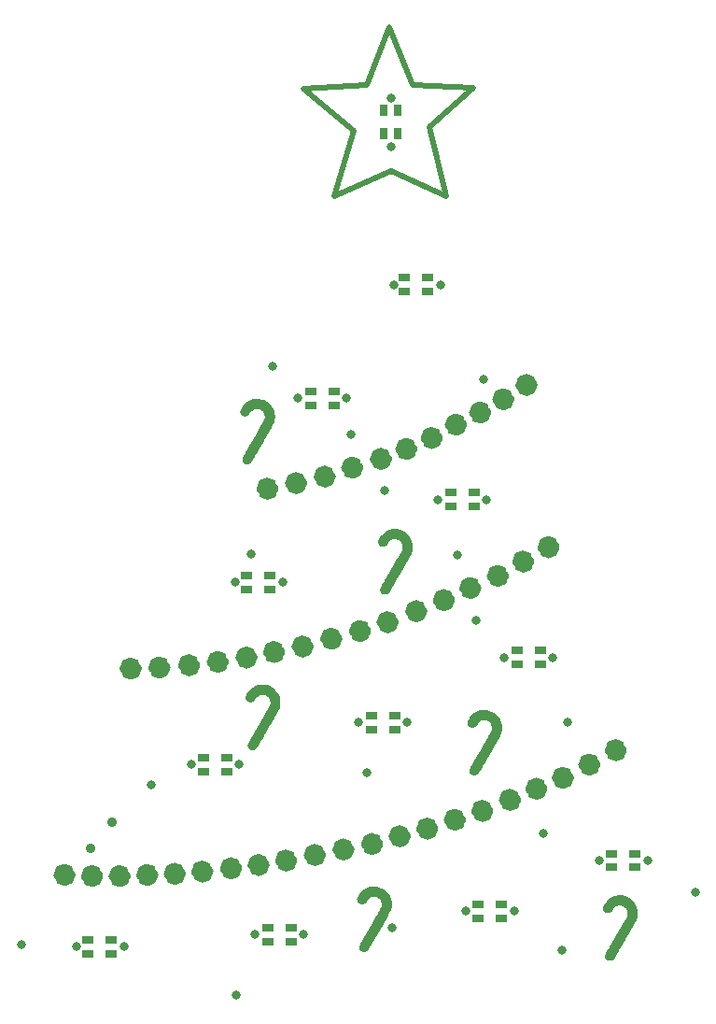
<source format=gbr>
%TF.GenerationSoftware,KiCad,Pcbnew,(6.0.7)*%
%TF.CreationDate,2022-08-02T13:51:54+02:00*%
%TF.ProjectId,LEDChristmasTree-2022,4c454443-6872-4697-9374-6d6173547265,rev?*%
%TF.SameCoordinates,Original*%
%TF.FileFunction,Soldermask,Top*%
%TF.FilePolarity,Negative*%
%FSLAX46Y46*%
G04 Gerber Fmt 4.6, Leading zero omitted, Abs format (unit mm)*
G04 Created by KiCad (PCBNEW (6.0.7)) date 2022-08-02 13:51:54*
%MOMM*%
%LPD*%
G01*
G04 APERTURE LIST*
%ADD10C,1.000000*%
%ADD11C,0.508000*%
%ADD12R,1.100000X0.750000*%
%ADD13R,0.750000X1.100000*%
%ADD14C,0.900000*%
%ADD15C,0.800000*%
G04 APERTURE END LIST*
D10*
X148900000Y-94700000D02*
G75*
G03*
X148900000Y-94700000I-500000J0D01*
G01*
X154300000Y-76500000D02*
G75*
G03*
X154300000Y-76500000I-500000J0D01*
G01*
X146400000Y-95700000D02*
G75*
G03*
X146400000Y-95700000I-500000J0D01*
G01*
X139800000Y-117300000D02*
G75*
G03*
X139800000Y-117300000I-500000J0D01*
G01*
X127000000Y-119300000D02*
G75*
G03*
X127000000Y-119300000I-500000J0D01*
G01*
X157300000Y-111800000D02*
G75*
G03*
X157300000Y-111800000I-500000J0D01*
G01*
X119500000Y-119700000D02*
G75*
G03*
X119500000Y-119700000I-500000J0D01*
G01*
D11*
X135670000Y-48390000D02*
X141400000Y-48000000D01*
D10*
X156400000Y-75200000D02*
G75*
G03*
X156400000Y-75200000I-500000J0D01*
G01*
D11*
X141400000Y-48000000D02*
X143500000Y-42800000D01*
D10*
X152200000Y-77700000D02*
G75*
G03*
X152200000Y-77700000I-500000J0D01*
G01*
X128400000Y-100300000D02*
G75*
G03*
X128400000Y-100300000I-500000J0D01*
G01*
X147800000Y-80000000D02*
G75*
G03*
X147800000Y-80000000I-500000J0D01*
G01*
X136100000Y-98900000D02*
G75*
G03*
X136100000Y-98900000I-500000J0D01*
G01*
D11*
X145600000Y-48000000D02*
X151100000Y-48300000D01*
X140200000Y-52200000D02*
X135670000Y-48390000D01*
D10*
X156100000Y-91200000D02*
G75*
G03*
X156100000Y-91200000I-500000J0D01*
G01*
X144900000Y-116100000D02*
G75*
G03*
X144900000Y-116100000I-500000J0D01*
G01*
X147400000Y-115400000D02*
G75*
G03*
X147400000Y-115400000I-500000J0D01*
G01*
X123100000Y-100800000D02*
G75*
G03*
X123100000Y-100800000I-500000J0D01*
G01*
D11*
X143600000Y-55800000D02*
X148600000Y-58100000D01*
D10*
X135500000Y-84100000D02*
G75*
G03*
X135500000Y-84100000I-500000J0D01*
G01*
X162100000Y-109600000D02*
G75*
G03*
X162100000Y-109600000I-500000J0D01*
G01*
X164500000Y-108300000D02*
G75*
G03*
X164500000Y-108300000I-500000J0D01*
G01*
X140600000Y-82700000D02*
G75*
G03*
X140600000Y-82700000I-500000J0D01*
G01*
X131000000Y-99900000D02*
G75*
G03*
X131000000Y-99900000I-500000J0D01*
G01*
X158400000Y-89900000D02*
G75*
G03*
X158400000Y-89900000I-500000J0D01*
G01*
X152400000Y-113800000D02*
G75*
G03*
X152400000Y-113800000I-500000J0D01*
G01*
X129600000Y-119000000D02*
G75*
G03*
X129600000Y-119000000I-500000J0D01*
G01*
D11*
X138500000Y-58100000D02*
X143600000Y-55800000D01*
D10*
X143800000Y-96700000D02*
G75*
G03*
X143800000Y-96700000I-500000J0D01*
G01*
X153800000Y-92500000D02*
G75*
G03*
X153800000Y-92500000I-500000J0D01*
G01*
X122000000Y-119600000D02*
G75*
G03*
X122000000Y-119600000I-500000J0D01*
G01*
X138100000Y-83500000D02*
G75*
G03*
X138100000Y-83500000I-500000J0D01*
G01*
X132100000Y-118700000D02*
G75*
G03*
X132100000Y-118700000I-500000J0D01*
G01*
X150000000Y-78800000D02*
G75*
G03*
X150000000Y-78800000I-500000J0D01*
G01*
X154900000Y-112800000D02*
G75*
G03*
X154900000Y-112800000I-500000J0D01*
G01*
D11*
X147100000Y-51800000D02*
X148600000Y-58100000D01*
D10*
X145500000Y-81000000D02*
G75*
G03*
X145500000Y-81000000I-500000J0D01*
G01*
X114500000Y-119600000D02*
G75*
G03*
X114500000Y-119600000I-500000J0D01*
G01*
D11*
X143500000Y-42800000D02*
X145600000Y-48000000D01*
D10*
X159700000Y-110800000D02*
G75*
G03*
X159700000Y-110800000I-500000J0D01*
G01*
D11*
X151100000Y-48300000D02*
X147100000Y-51800000D01*
D10*
X120500000Y-100900000D02*
G75*
G03*
X120500000Y-100900000I-500000J0D01*
G01*
X138700000Y-98200000D02*
G75*
G03*
X138700000Y-98200000I-500000J0D01*
G01*
X149900000Y-114600000D02*
G75*
G03*
X149900000Y-114600000I-500000J0D01*
G01*
D11*
X138500000Y-58100000D02*
X140200000Y-52200000D01*
D10*
X133500000Y-99400000D02*
G75*
G03*
X133500000Y-99400000I-500000J0D01*
G01*
X137200000Y-117800000D02*
G75*
G03*
X137200000Y-117800000I-500000J0D01*
G01*
X141300000Y-97500000D02*
G75*
G03*
X141300000Y-97500000I-500000J0D01*
G01*
X134600000Y-118300000D02*
G75*
G03*
X134600000Y-118300000I-500000J0D01*
G01*
X125800000Y-100600000D02*
G75*
G03*
X125800000Y-100600000I-500000J0D01*
G01*
X143200000Y-81900000D02*
G75*
G03*
X143200000Y-81900000I-500000J0D01*
G01*
X142400000Y-116800000D02*
G75*
G03*
X142400000Y-116800000I-500000J0D01*
G01*
X132900000Y-84600000D02*
G75*
G03*
X132900000Y-84600000I-500000J0D01*
G01*
X124500000Y-119500000D02*
G75*
G03*
X124500000Y-119500000I-500000J0D01*
G01*
X117000000Y-119700000D02*
G75*
G03*
X117000000Y-119700000I-500000J0D01*
G01*
X151300000Y-93600000D02*
G75*
G03*
X151300000Y-93600000I-500000J0D01*
G01*
%TO.C,G\u002A\u002A\u002A*%
G36*
X144223695Y-88258222D02*
G01*
X144444792Y-88309950D01*
X144657981Y-88391487D01*
X144857952Y-88500468D01*
X145039395Y-88634524D01*
X145169139Y-88759868D01*
X145318919Y-88947189D01*
X145435758Y-89145776D01*
X145520089Y-89356754D01*
X145572345Y-89581251D01*
X145592961Y-89820392D01*
X145593351Y-89861777D01*
X145589323Y-89998384D01*
X145576249Y-90124263D01*
X145552196Y-90245247D01*
X145515232Y-90367166D01*
X145463424Y-90495855D01*
X145394840Y-90637143D01*
X145307546Y-90796864D01*
X145251337Y-90893870D01*
X145204929Y-90973063D01*
X145146435Y-91073361D01*
X145081218Y-91185544D01*
X145014639Y-91300391D01*
X144961438Y-91392424D01*
X144899506Y-91499685D01*
X144836024Y-91609552D01*
X144775874Y-91713579D01*
X144723939Y-91803321D01*
X144688349Y-91864738D01*
X144635847Y-91955358D01*
X144575517Y-92059670D01*
X144516975Y-92161042D01*
X144491135Y-92205854D01*
X144439749Y-92294761D01*
X144379056Y-92399370D01*
X144317461Y-92505209D01*
X144273883Y-92579849D01*
X144230764Y-92653910D01*
X144194864Y-92716238D01*
X144169458Y-92761093D01*
X144157825Y-92782737D01*
X144157438Y-92783796D01*
X144148993Y-92799662D01*
X144125491Y-92840901D01*
X144089677Y-92902768D01*
X144044298Y-92980521D01*
X143992102Y-93069414D01*
X143989823Y-93073284D01*
X143925198Y-93183555D01*
X143855770Y-93302932D01*
X143787836Y-93420530D01*
X143727692Y-93525464D01*
X143697970Y-93577808D01*
X143604379Y-93740588D01*
X143525373Y-93871761D01*
X143460856Y-93971473D01*
X143410735Y-94039875D01*
X143384737Y-94068665D01*
X143291873Y-94133947D01*
X143182057Y-94173922D01*
X143064232Y-94186807D01*
X142947342Y-94170821D01*
X142918081Y-94161671D01*
X142862700Y-94133412D01*
X142798385Y-94087695D01*
X142749715Y-94044973D01*
X142699509Y-93993298D01*
X142668785Y-93951041D01*
X142650165Y-93905197D01*
X142636893Y-93846061D01*
X142627747Y-93789583D01*
X142624064Y-93738080D01*
X142627413Y-93687354D01*
X142639364Y-93633205D01*
X142661487Y-93571434D01*
X142695353Y-93497840D01*
X142742532Y-93408224D01*
X142804592Y-93298387D01*
X142883106Y-93164128D01*
X142906858Y-93123942D01*
X142959133Y-93035268D01*
X143004651Y-92957384D01*
X143040632Y-92895102D01*
X143064297Y-92853235D01*
X143072865Y-92836596D01*
X143072865Y-92836584D01*
X143081049Y-92820277D01*
X143102951Y-92780701D01*
X143134595Y-92724774D01*
X143172006Y-92659408D01*
X143211208Y-92591520D01*
X143248226Y-92528025D01*
X143279084Y-92475836D01*
X143299716Y-92442011D01*
X143315647Y-92415803D01*
X143344232Y-92367795D01*
X143380474Y-92306397D01*
X143398428Y-92275826D01*
X143435430Y-92213645D01*
X143466226Y-92163609D01*
X143486310Y-92132958D01*
X143490963Y-92127135D01*
X143503889Y-92103486D01*
X143504593Y-92100201D01*
X143513871Y-92080957D01*
X143537801Y-92037145D01*
X143573182Y-91974289D01*
X143616814Y-91897909D01*
X143665496Y-91813527D01*
X143716027Y-91726665D01*
X143765209Y-91642846D01*
X143809839Y-91567591D01*
X143846719Y-91506422D01*
X143872647Y-91464860D01*
X143874251Y-91462397D01*
X143894870Y-91428588D01*
X143903572Y-91409917D01*
X143911878Y-91392001D01*
X143933838Y-91350231D01*
X143965916Y-91291223D01*
X143997081Y-91234986D01*
X144040138Y-91157935D01*
X144070516Y-91103983D01*
X144092629Y-91065702D01*
X144110886Y-91035662D01*
X144129701Y-91006435D01*
X144153486Y-90970592D01*
X144159153Y-90962086D01*
X144191372Y-90910707D01*
X144230877Y-90843522D01*
X144266315Y-90780165D01*
X144314339Y-90693327D01*
X144370606Y-90594136D01*
X144429429Y-90492397D01*
X144485118Y-90397913D01*
X144531985Y-90320488D01*
X144546754Y-90296859D01*
X144621001Y-90151288D01*
X144663609Y-90001166D01*
X144674130Y-89850692D01*
X144652116Y-89704065D01*
X144619671Y-89611717D01*
X144586946Y-89539330D01*
X144560251Y-89488321D01*
X144532470Y-89447648D01*
X144496487Y-89406264D01*
X144468383Y-89376892D01*
X144355772Y-89285189D01*
X144223542Y-89218685D01*
X144079696Y-89181109D01*
X144037560Y-89176206D01*
X143877705Y-89176941D01*
X143732609Y-89207809D01*
X143600879Y-89269624D01*
X143481122Y-89363203D01*
X143371946Y-89489360D01*
X143292248Y-89612620D01*
X143252311Y-89670641D01*
X143202430Y-89727335D01*
X143150250Y-89775531D01*
X143103413Y-89808062D01*
X143073215Y-89818044D01*
X143036473Y-89829725D01*
X143022999Y-89839910D01*
X142987745Y-89855365D01*
X142929340Y-89861775D01*
X142858266Y-89859733D01*
X142785005Y-89849833D01*
X142720037Y-89832667D01*
X142693374Y-89821255D01*
X142648563Y-89793395D01*
X142600122Y-89756173D01*
X142555111Y-89716125D01*
X142520584Y-89679787D01*
X142503599Y-89653693D01*
X142504263Y-89646104D01*
X142501504Y-89627923D01*
X142488511Y-89609546D01*
X142460912Y-89560395D01*
X142441084Y-89490854D01*
X142432047Y-89415197D01*
X142435080Y-89356880D01*
X142454766Y-89286504D01*
X142492316Y-89196448D01*
X142543977Y-89094535D01*
X142605990Y-88988592D01*
X142629363Y-88952135D01*
X142755439Y-88789244D01*
X142909616Y-88639011D01*
X143085806Y-88506669D01*
X143270469Y-88401084D01*
X143344282Y-88366002D01*
X143408353Y-88337631D01*
X143455184Y-88319164D01*
X143475958Y-88313636D01*
X143510739Y-88304921D01*
X143519814Y-88298992D01*
X143549991Y-88286245D01*
X143607395Y-88273298D01*
X143684287Y-88261122D01*
X143772927Y-88250691D01*
X143865575Y-88242976D01*
X143954492Y-88238949D01*
X144000000Y-88238671D01*
X144223695Y-88258222D01*
G37*
G36*
X164623695Y-121458222D02*
G01*
X164844792Y-121509950D01*
X165057981Y-121591487D01*
X165257952Y-121700468D01*
X165439395Y-121834524D01*
X165569139Y-121959868D01*
X165718919Y-122147189D01*
X165835758Y-122345776D01*
X165920089Y-122556754D01*
X165972345Y-122781251D01*
X165992961Y-123020392D01*
X165993351Y-123061777D01*
X165989323Y-123198384D01*
X165976249Y-123324263D01*
X165952196Y-123445247D01*
X165915232Y-123567166D01*
X165863424Y-123695855D01*
X165794840Y-123837143D01*
X165707546Y-123996864D01*
X165651337Y-124093870D01*
X165604929Y-124173063D01*
X165546435Y-124273361D01*
X165481218Y-124385544D01*
X165414639Y-124500391D01*
X165361438Y-124592424D01*
X165299506Y-124699685D01*
X165236024Y-124809552D01*
X165175874Y-124913579D01*
X165123939Y-125003321D01*
X165088349Y-125064738D01*
X165035847Y-125155358D01*
X164975517Y-125259670D01*
X164916975Y-125361042D01*
X164891135Y-125405854D01*
X164839749Y-125494761D01*
X164779056Y-125599370D01*
X164717461Y-125705209D01*
X164673883Y-125779849D01*
X164630764Y-125853910D01*
X164594864Y-125916238D01*
X164569458Y-125961093D01*
X164557825Y-125982737D01*
X164557438Y-125983796D01*
X164548993Y-125999662D01*
X164525491Y-126040901D01*
X164489677Y-126102768D01*
X164444298Y-126180521D01*
X164392102Y-126269414D01*
X164389823Y-126273284D01*
X164325198Y-126383555D01*
X164255770Y-126502932D01*
X164187836Y-126620530D01*
X164127692Y-126725464D01*
X164097970Y-126777808D01*
X164004379Y-126940588D01*
X163925373Y-127071761D01*
X163860856Y-127171473D01*
X163810735Y-127239875D01*
X163784737Y-127268665D01*
X163691873Y-127333947D01*
X163582057Y-127373922D01*
X163464232Y-127386807D01*
X163347342Y-127370821D01*
X163318081Y-127361671D01*
X163262700Y-127333412D01*
X163198385Y-127287695D01*
X163149715Y-127244973D01*
X163099509Y-127193298D01*
X163068785Y-127151041D01*
X163050165Y-127105197D01*
X163036893Y-127046061D01*
X163027747Y-126989583D01*
X163024064Y-126938080D01*
X163027413Y-126887354D01*
X163039364Y-126833205D01*
X163061487Y-126771434D01*
X163095353Y-126697840D01*
X163142532Y-126608224D01*
X163204592Y-126498387D01*
X163283106Y-126364128D01*
X163306858Y-126323942D01*
X163359133Y-126235268D01*
X163404651Y-126157384D01*
X163440632Y-126095102D01*
X163464297Y-126053235D01*
X163472865Y-126036596D01*
X163472865Y-126036584D01*
X163481049Y-126020277D01*
X163502951Y-125980701D01*
X163534595Y-125924774D01*
X163572006Y-125859408D01*
X163611208Y-125791520D01*
X163648226Y-125728025D01*
X163679084Y-125675836D01*
X163699716Y-125642011D01*
X163715647Y-125615803D01*
X163744232Y-125567795D01*
X163780474Y-125506397D01*
X163798428Y-125475826D01*
X163835430Y-125413645D01*
X163866226Y-125363609D01*
X163886310Y-125332958D01*
X163890963Y-125327135D01*
X163903889Y-125303486D01*
X163904593Y-125300201D01*
X163913871Y-125280957D01*
X163937801Y-125237145D01*
X163973182Y-125174289D01*
X164016814Y-125097909D01*
X164065496Y-125013527D01*
X164116027Y-124926665D01*
X164165209Y-124842846D01*
X164209839Y-124767591D01*
X164246719Y-124706422D01*
X164272647Y-124664860D01*
X164274251Y-124662397D01*
X164294870Y-124628588D01*
X164303572Y-124609917D01*
X164311878Y-124592001D01*
X164333838Y-124550231D01*
X164365916Y-124491223D01*
X164397081Y-124434986D01*
X164440138Y-124357935D01*
X164470516Y-124303983D01*
X164492629Y-124265702D01*
X164510886Y-124235662D01*
X164529701Y-124206435D01*
X164553486Y-124170592D01*
X164559153Y-124162086D01*
X164591372Y-124110707D01*
X164630877Y-124043522D01*
X164666315Y-123980165D01*
X164714339Y-123893327D01*
X164770606Y-123794136D01*
X164829429Y-123692397D01*
X164885118Y-123597913D01*
X164931985Y-123520488D01*
X164946754Y-123496859D01*
X165021001Y-123351288D01*
X165063609Y-123201166D01*
X165074130Y-123050692D01*
X165052116Y-122904065D01*
X165019671Y-122811717D01*
X164986946Y-122739330D01*
X164960251Y-122688321D01*
X164932470Y-122647648D01*
X164896487Y-122606264D01*
X164868383Y-122576892D01*
X164755772Y-122485189D01*
X164623542Y-122418685D01*
X164479696Y-122381109D01*
X164437560Y-122376206D01*
X164277705Y-122376941D01*
X164132609Y-122407809D01*
X164000879Y-122469624D01*
X163881122Y-122563203D01*
X163771946Y-122689360D01*
X163692248Y-122812620D01*
X163652311Y-122870641D01*
X163602430Y-122927335D01*
X163550250Y-122975531D01*
X163503413Y-123008062D01*
X163473215Y-123018044D01*
X163436473Y-123029725D01*
X163422999Y-123039910D01*
X163387745Y-123055365D01*
X163329340Y-123061775D01*
X163258266Y-123059733D01*
X163185005Y-123049833D01*
X163120037Y-123032667D01*
X163093374Y-123021255D01*
X163048563Y-122993395D01*
X163000122Y-122956173D01*
X162955111Y-122916125D01*
X162920584Y-122879787D01*
X162903599Y-122853693D01*
X162904263Y-122846104D01*
X162901504Y-122827923D01*
X162888511Y-122809546D01*
X162860912Y-122760395D01*
X162841084Y-122690854D01*
X162832047Y-122615197D01*
X162835080Y-122556880D01*
X162854766Y-122486504D01*
X162892316Y-122396448D01*
X162943977Y-122294535D01*
X163005990Y-122188592D01*
X163029363Y-122152135D01*
X163155439Y-121989244D01*
X163309616Y-121839011D01*
X163485806Y-121706669D01*
X163670469Y-121601084D01*
X163744282Y-121566002D01*
X163808353Y-121537631D01*
X163855184Y-121519164D01*
X163875958Y-121513636D01*
X163910739Y-121504921D01*
X163919814Y-121498992D01*
X163949991Y-121486245D01*
X164007395Y-121473298D01*
X164084287Y-121461122D01*
X164172927Y-121450691D01*
X164265575Y-121442976D01*
X164354492Y-121438949D01*
X164400000Y-121438671D01*
X164623695Y-121458222D01*
G37*
G36*
X152323695Y-104658222D02*
G01*
X152544792Y-104709950D01*
X152757981Y-104791487D01*
X152957952Y-104900468D01*
X153139395Y-105034524D01*
X153269139Y-105159868D01*
X153418919Y-105347189D01*
X153535758Y-105545776D01*
X153620089Y-105756754D01*
X153672345Y-105981251D01*
X153692961Y-106220392D01*
X153693351Y-106261777D01*
X153689323Y-106398384D01*
X153676249Y-106524263D01*
X153652196Y-106645247D01*
X153615232Y-106767166D01*
X153563424Y-106895855D01*
X153494840Y-107037143D01*
X153407546Y-107196864D01*
X153351337Y-107293870D01*
X153304929Y-107373063D01*
X153246435Y-107473361D01*
X153181218Y-107585544D01*
X153114639Y-107700391D01*
X153061438Y-107792424D01*
X152999506Y-107899685D01*
X152936024Y-108009552D01*
X152875874Y-108113579D01*
X152823939Y-108203321D01*
X152788349Y-108264738D01*
X152735847Y-108355358D01*
X152675517Y-108459670D01*
X152616975Y-108561042D01*
X152591135Y-108605854D01*
X152539749Y-108694761D01*
X152479056Y-108799370D01*
X152417461Y-108905209D01*
X152373883Y-108979849D01*
X152330764Y-109053910D01*
X152294864Y-109116238D01*
X152269458Y-109161093D01*
X152257825Y-109182737D01*
X152257438Y-109183796D01*
X152248993Y-109199662D01*
X152225491Y-109240901D01*
X152189677Y-109302768D01*
X152144298Y-109380521D01*
X152092102Y-109469414D01*
X152089823Y-109473284D01*
X152025198Y-109583555D01*
X151955770Y-109702932D01*
X151887836Y-109820530D01*
X151827692Y-109925464D01*
X151797970Y-109977808D01*
X151704379Y-110140588D01*
X151625373Y-110271761D01*
X151560856Y-110371473D01*
X151510735Y-110439875D01*
X151484737Y-110468665D01*
X151391873Y-110533947D01*
X151282057Y-110573922D01*
X151164232Y-110586807D01*
X151047342Y-110570821D01*
X151018081Y-110561671D01*
X150962700Y-110533412D01*
X150898385Y-110487695D01*
X150849715Y-110444973D01*
X150799509Y-110393298D01*
X150768785Y-110351041D01*
X150750165Y-110305197D01*
X150736893Y-110246061D01*
X150727747Y-110189583D01*
X150724064Y-110138080D01*
X150727413Y-110087354D01*
X150739364Y-110033205D01*
X150761487Y-109971434D01*
X150795353Y-109897840D01*
X150842532Y-109808224D01*
X150904592Y-109698387D01*
X150983106Y-109564128D01*
X151006858Y-109523942D01*
X151059133Y-109435268D01*
X151104651Y-109357384D01*
X151140632Y-109295102D01*
X151164297Y-109253235D01*
X151172865Y-109236596D01*
X151172865Y-109236584D01*
X151181049Y-109220277D01*
X151202951Y-109180701D01*
X151234595Y-109124774D01*
X151272006Y-109059408D01*
X151311208Y-108991520D01*
X151348226Y-108928025D01*
X151379084Y-108875836D01*
X151399716Y-108842011D01*
X151415647Y-108815803D01*
X151444232Y-108767795D01*
X151480474Y-108706397D01*
X151498428Y-108675826D01*
X151535430Y-108613645D01*
X151566226Y-108563609D01*
X151586310Y-108532958D01*
X151590963Y-108527135D01*
X151603889Y-108503486D01*
X151604593Y-108500201D01*
X151613871Y-108480957D01*
X151637801Y-108437145D01*
X151673182Y-108374289D01*
X151716814Y-108297909D01*
X151765496Y-108213527D01*
X151816027Y-108126665D01*
X151865209Y-108042846D01*
X151909839Y-107967591D01*
X151946719Y-107906422D01*
X151972647Y-107864860D01*
X151974251Y-107862397D01*
X151994870Y-107828588D01*
X152003572Y-107809917D01*
X152011878Y-107792001D01*
X152033838Y-107750231D01*
X152065916Y-107691223D01*
X152097081Y-107634986D01*
X152140138Y-107557935D01*
X152170516Y-107503983D01*
X152192629Y-107465702D01*
X152210886Y-107435662D01*
X152229701Y-107406435D01*
X152253486Y-107370592D01*
X152259153Y-107362086D01*
X152291372Y-107310707D01*
X152330877Y-107243522D01*
X152366315Y-107180165D01*
X152414339Y-107093327D01*
X152470606Y-106994136D01*
X152529429Y-106892397D01*
X152585118Y-106797913D01*
X152631985Y-106720488D01*
X152646754Y-106696859D01*
X152721001Y-106551288D01*
X152763609Y-106401166D01*
X152774130Y-106250692D01*
X152752116Y-106104065D01*
X152719671Y-106011717D01*
X152686946Y-105939330D01*
X152660251Y-105888321D01*
X152632470Y-105847648D01*
X152596487Y-105806264D01*
X152568383Y-105776892D01*
X152455772Y-105685189D01*
X152323542Y-105618685D01*
X152179696Y-105581109D01*
X152137560Y-105576206D01*
X151977705Y-105576941D01*
X151832609Y-105607809D01*
X151700879Y-105669624D01*
X151581122Y-105763203D01*
X151471946Y-105889360D01*
X151392248Y-106012620D01*
X151352311Y-106070641D01*
X151302430Y-106127335D01*
X151250250Y-106175531D01*
X151203413Y-106208062D01*
X151173215Y-106218044D01*
X151136473Y-106229725D01*
X151122999Y-106239910D01*
X151087745Y-106255365D01*
X151029340Y-106261775D01*
X150958266Y-106259733D01*
X150885005Y-106249833D01*
X150820037Y-106232667D01*
X150793374Y-106221255D01*
X150748563Y-106193395D01*
X150700122Y-106156173D01*
X150655111Y-106116125D01*
X150620584Y-106079787D01*
X150603599Y-106053693D01*
X150604263Y-106046104D01*
X150601504Y-106027923D01*
X150588511Y-106009546D01*
X150560912Y-105960395D01*
X150541084Y-105890854D01*
X150532047Y-105815197D01*
X150535080Y-105756880D01*
X150554766Y-105686504D01*
X150592316Y-105596448D01*
X150643977Y-105494535D01*
X150705990Y-105388592D01*
X150729363Y-105352135D01*
X150855439Y-105189244D01*
X151009616Y-105039011D01*
X151185806Y-104906669D01*
X151370469Y-104801084D01*
X151444282Y-104766002D01*
X151508353Y-104737631D01*
X151555184Y-104719164D01*
X151575958Y-104713636D01*
X151610739Y-104704921D01*
X151619814Y-104698992D01*
X151649991Y-104686245D01*
X151707395Y-104673298D01*
X151784287Y-104661122D01*
X151872927Y-104650691D01*
X151965575Y-104642976D01*
X152054492Y-104638949D01*
X152100000Y-104638671D01*
X152323695Y-104658222D01*
G37*
G36*
X132223695Y-102358222D02*
G01*
X132444792Y-102409950D01*
X132657981Y-102491487D01*
X132857952Y-102600468D01*
X133039395Y-102734524D01*
X133169139Y-102859868D01*
X133318919Y-103047189D01*
X133435758Y-103245776D01*
X133520089Y-103456754D01*
X133572345Y-103681251D01*
X133592961Y-103920392D01*
X133593351Y-103961777D01*
X133589323Y-104098384D01*
X133576249Y-104224263D01*
X133552196Y-104345247D01*
X133515232Y-104467166D01*
X133463424Y-104595855D01*
X133394840Y-104737143D01*
X133307546Y-104896864D01*
X133251337Y-104993870D01*
X133204929Y-105073063D01*
X133146435Y-105173361D01*
X133081218Y-105285544D01*
X133014639Y-105400391D01*
X132961438Y-105492424D01*
X132899506Y-105599685D01*
X132836024Y-105709552D01*
X132775874Y-105813579D01*
X132723939Y-105903321D01*
X132688349Y-105964738D01*
X132635847Y-106055358D01*
X132575517Y-106159670D01*
X132516975Y-106261042D01*
X132491135Y-106305854D01*
X132439749Y-106394761D01*
X132379056Y-106499370D01*
X132317461Y-106605209D01*
X132273883Y-106679849D01*
X132230764Y-106753910D01*
X132194864Y-106816238D01*
X132169458Y-106861093D01*
X132157825Y-106882737D01*
X132157438Y-106883796D01*
X132148993Y-106899662D01*
X132125491Y-106940901D01*
X132089677Y-107002768D01*
X132044298Y-107080521D01*
X131992102Y-107169414D01*
X131989823Y-107173284D01*
X131925198Y-107283555D01*
X131855770Y-107402932D01*
X131787836Y-107520530D01*
X131727692Y-107625464D01*
X131697970Y-107677808D01*
X131604379Y-107840588D01*
X131525373Y-107971761D01*
X131460856Y-108071473D01*
X131410735Y-108139875D01*
X131384737Y-108168665D01*
X131291873Y-108233947D01*
X131182057Y-108273922D01*
X131064232Y-108286807D01*
X130947342Y-108270821D01*
X130918081Y-108261671D01*
X130862700Y-108233412D01*
X130798385Y-108187695D01*
X130749715Y-108144973D01*
X130699509Y-108093298D01*
X130668785Y-108051041D01*
X130650165Y-108005197D01*
X130636893Y-107946061D01*
X130627747Y-107889583D01*
X130624064Y-107838080D01*
X130627413Y-107787354D01*
X130639364Y-107733205D01*
X130661487Y-107671434D01*
X130695353Y-107597840D01*
X130742532Y-107508224D01*
X130804592Y-107398387D01*
X130883106Y-107264128D01*
X130906858Y-107223942D01*
X130959133Y-107135268D01*
X131004651Y-107057384D01*
X131040632Y-106995102D01*
X131064297Y-106953235D01*
X131072865Y-106936596D01*
X131072865Y-106936584D01*
X131081049Y-106920277D01*
X131102951Y-106880701D01*
X131134595Y-106824774D01*
X131172006Y-106759408D01*
X131211208Y-106691520D01*
X131248226Y-106628025D01*
X131279084Y-106575836D01*
X131299716Y-106542011D01*
X131315647Y-106515803D01*
X131344232Y-106467795D01*
X131380474Y-106406397D01*
X131398428Y-106375826D01*
X131435430Y-106313645D01*
X131466226Y-106263609D01*
X131486310Y-106232958D01*
X131490963Y-106227135D01*
X131503889Y-106203486D01*
X131504593Y-106200201D01*
X131513871Y-106180957D01*
X131537801Y-106137145D01*
X131573182Y-106074289D01*
X131616814Y-105997909D01*
X131665496Y-105913527D01*
X131716027Y-105826665D01*
X131765209Y-105742846D01*
X131809839Y-105667591D01*
X131846719Y-105606422D01*
X131872647Y-105564860D01*
X131874251Y-105562397D01*
X131894870Y-105528588D01*
X131903572Y-105509917D01*
X131911878Y-105492001D01*
X131933838Y-105450231D01*
X131965916Y-105391223D01*
X131997081Y-105334986D01*
X132040138Y-105257935D01*
X132070516Y-105203983D01*
X132092629Y-105165702D01*
X132110886Y-105135662D01*
X132129701Y-105106435D01*
X132153486Y-105070592D01*
X132159153Y-105062086D01*
X132191372Y-105010707D01*
X132230877Y-104943522D01*
X132266315Y-104880165D01*
X132314339Y-104793327D01*
X132370606Y-104694136D01*
X132429429Y-104592397D01*
X132485118Y-104497913D01*
X132531985Y-104420488D01*
X132546754Y-104396859D01*
X132621001Y-104251288D01*
X132663609Y-104101166D01*
X132674130Y-103950692D01*
X132652116Y-103804065D01*
X132619671Y-103711717D01*
X132586946Y-103639330D01*
X132560251Y-103588321D01*
X132532470Y-103547648D01*
X132496487Y-103506264D01*
X132468383Y-103476892D01*
X132355772Y-103385189D01*
X132223542Y-103318685D01*
X132079696Y-103281109D01*
X132037560Y-103276206D01*
X131877705Y-103276941D01*
X131732609Y-103307809D01*
X131600879Y-103369624D01*
X131481122Y-103463203D01*
X131371946Y-103589360D01*
X131292248Y-103712620D01*
X131252311Y-103770641D01*
X131202430Y-103827335D01*
X131150250Y-103875531D01*
X131103413Y-103908062D01*
X131073215Y-103918044D01*
X131036473Y-103929725D01*
X131022999Y-103939910D01*
X130987745Y-103955365D01*
X130929340Y-103961775D01*
X130858266Y-103959733D01*
X130785005Y-103949833D01*
X130720037Y-103932667D01*
X130693374Y-103921255D01*
X130648563Y-103893395D01*
X130600122Y-103856173D01*
X130555111Y-103816125D01*
X130520584Y-103779787D01*
X130503599Y-103753693D01*
X130504263Y-103746104D01*
X130501504Y-103727923D01*
X130488511Y-103709546D01*
X130460912Y-103660395D01*
X130441084Y-103590854D01*
X130432047Y-103515197D01*
X130435080Y-103456880D01*
X130454766Y-103386504D01*
X130492316Y-103296448D01*
X130543977Y-103194535D01*
X130605990Y-103088592D01*
X130629363Y-103052135D01*
X130755439Y-102889244D01*
X130909616Y-102739011D01*
X131085806Y-102606669D01*
X131270469Y-102501084D01*
X131344282Y-102466002D01*
X131408353Y-102437631D01*
X131455184Y-102419164D01*
X131475958Y-102413636D01*
X131510739Y-102404921D01*
X131519814Y-102398992D01*
X131549991Y-102386245D01*
X131607395Y-102373298D01*
X131684287Y-102361122D01*
X131772927Y-102350691D01*
X131865575Y-102342976D01*
X131954492Y-102338949D01*
X132000000Y-102338671D01*
X132223695Y-102358222D01*
G37*
G36*
X131723695Y-76458222D02*
G01*
X131944792Y-76509950D01*
X132157981Y-76591487D01*
X132357952Y-76700468D01*
X132539395Y-76834524D01*
X132669139Y-76959868D01*
X132818919Y-77147189D01*
X132935758Y-77345776D01*
X133020089Y-77556754D01*
X133072345Y-77781251D01*
X133092961Y-78020392D01*
X133093351Y-78061777D01*
X133089323Y-78198384D01*
X133076249Y-78324263D01*
X133052196Y-78445247D01*
X133015232Y-78567166D01*
X132963424Y-78695855D01*
X132894840Y-78837143D01*
X132807546Y-78996864D01*
X132751337Y-79093870D01*
X132704929Y-79173063D01*
X132646435Y-79273361D01*
X132581218Y-79385544D01*
X132514639Y-79500391D01*
X132461438Y-79592424D01*
X132399506Y-79699685D01*
X132336024Y-79809552D01*
X132275874Y-79913579D01*
X132223939Y-80003321D01*
X132188349Y-80064738D01*
X132135847Y-80155358D01*
X132075517Y-80259670D01*
X132016975Y-80361042D01*
X131991135Y-80405854D01*
X131939749Y-80494761D01*
X131879056Y-80599370D01*
X131817461Y-80705209D01*
X131773883Y-80779849D01*
X131730764Y-80853910D01*
X131694864Y-80916238D01*
X131669458Y-80961093D01*
X131657825Y-80982737D01*
X131657438Y-80983796D01*
X131648993Y-80999662D01*
X131625491Y-81040901D01*
X131589677Y-81102768D01*
X131544298Y-81180521D01*
X131492102Y-81269414D01*
X131489823Y-81273284D01*
X131425198Y-81383555D01*
X131355770Y-81502932D01*
X131287836Y-81620530D01*
X131227692Y-81725464D01*
X131197970Y-81777808D01*
X131104379Y-81940588D01*
X131025373Y-82071761D01*
X130960856Y-82171473D01*
X130910735Y-82239875D01*
X130884737Y-82268665D01*
X130791873Y-82333947D01*
X130682057Y-82373922D01*
X130564232Y-82386807D01*
X130447342Y-82370821D01*
X130418081Y-82361671D01*
X130362700Y-82333412D01*
X130298385Y-82287695D01*
X130249715Y-82244973D01*
X130199509Y-82193298D01*
X130168785Y-82151041D01*
X130150165Y-82105197D01*
X130136893Y-82046061D01*
X130127747Y-81989583D01*
X130124064Y-81938080D01*
X130127413Y-81887354D01*
X130139364Y-81833205D01*
X130161487Y-81771434D01*
X130195353Y-81697840D01*
X130242532Y-81608224D01*
X130304592Y-81498387D01*
X130383106Y-81364128D01*
X130406858Y-81323942D01*
X130459133Y-81235268D01*
X130504651Y-81157384D01*
X130540632Y-81095102D01*
X130564297Y-81053235D01*
X130572865Y-81036596D01*
X130572865Y-81036584D01*
X130581049Y-81020277D01*
X130602951Y-80980701D01*
X130634595Y-80924774D01*
X130672006Y-80859408D01*
X130711208Y-80791520D01*
X130748226Y-80728025D01*
X130779084Y-80675836D01*
X130799716Y-80642011D01*
X130815647Y-80615803D01*
X130844232Y-80567795D01*
X130880474Y-80506397D01*
X130898428Y-80475826D01*
X130935430Y-80413645D01*
X130966226Y-80363609D01*
X130986310Y-80332958D01*
X130990963Y-80327135D01*
X131003889Y-80303486D01*
X131004593Y-80300201D01*
X131013871Y-80280957D01*
X131037801Y-80237145D01*
X131073182Y-80174289D01*
X131116814Y-80097909D01*
X131165496Y-80013527D01*
X131216027Y-79926665D01*
X131265209Y-79842846D01*
X131309839Y-79767591D01*
X131346719Y-79706422D01*
X131372647Y-79664860D01*
X131374251Y-79662397D01*
X131394870Y-79628588D01*
X131403572Y-79609917D01*
X131411878Y-79592001D01*
X131433838Y-79550231D01*
X131465916Y-79491223D01*
X131497081Y-79434986D01*
X131540138Y-79357935D01*
X131570516Y-79303983D01*
X131592629Y-79265702D01*
X131610886Y-79235662D01*
X131629701Y-79206435D01*
X131653486Y-79170592D01*
X131659153Y-79162086D01*
X131691372Y-79110707D01*
X131730877Y-79043522D01*
X131766315Y-78980165D01*
X131814339Y-78893327D01*
X131870606Y-78794136D01*
X131929429Y-78692397D01*
X131985118Y-78597913D01*
X132031985Y-78520488D01*
X132046754Y-78496859D01*
X132121001Y-78351288D01*
X132163609Y-78201166D01*
X132174130Y-78050692D01*
X132152116Y-77904065D01*
X132119671Y-77811717D01*
X132086946Y-77739330D01*
X132060251Y-77688321D01*
X132032470Y-77647648D01*
X131996487Y-77606264D01*
X131968383Y-77576892D01*
X131855772Y-77485189D01*
X131723542Y-77418685D01*
X131579696Y-77381109D01*
X131537560Y-77376206D01*
X131377705Y-77376941D01*
X131232609Y-77407809D01*
X131100879Y-77469624D01*
X130981122Y-77563203D01*
X130871946Y-77689360D01*
X130792248Y-77812620D01*
X130752311Y-77870641D01*
X130702430Y-77927335D01*
X130650250Y-77975531D01*
X130603413Y-78008062D01*
X130573215Y-78018044D01*
X130536473Y-78029725D01*
X130522999Y-78039910D01*
X130487745Y-78055365D01*
X130429340Y-78061775D01*
X130358266Y-78059733D01*
X130285005Y-78049833D01*
X130220037Y-78032667D01*
X130193374Y-78021255D01*
X130148563Y-77993395D01*
X130100122Y-77956173D01*
X130055111Y-77916125D01*
X130020584Y-77879787D01*
X130003599Y-77853693D01*
X130004263Y-77846104D01*
X130001504Y-77827923D01*
X129988511Y-77809546D01*
X129960912Y-77760395D01*
X129941084Y-77690854D01*
X129932047Y-77615197D01*
X129935080Y-77556880D01*
X129954766Y-77486504D01*
X129992316Y-77396448D01*
X130043977Y-77294535D01*
X130105990Y-77188592D01*
X130129363Y-77152135D01*
X130255439Y-76989244D01*
X130409616Y-76839011D01*
X130585806Y-76706669D01*
X130770469Y-76601084D01*
X130844282Y-76566002D01*
X130908353Y-76537631D01*
X130955184Y-76519164D01*
X130975958Y-76513636D01*
X131010739Y-76504921D01*
X131019814Y-76498992D01*
X131049991Y-76486245D01*
X131107395Y-76473298D01*
X131184287Y-76461122D01*
X131272927Y-76450691D01*
X131365575Y-76442976D01*
X131454492Y-76438949D01*
X131500000Y-76438671D01*
X131723695Y-76458222D01*
G37*
G36*
X142323695Y-120658222D02*
G01*
X142544792Y-120709950D01*
X142757981Y-120791487D01*
X142957952Y-120900468D01*
X143139395Y-121034524D01*
X143269139Y-121159868D01*
X143418919Y-121347189D01*
X143535758Y-121545776D01*
X143620089Y-121756754D01*
X143672345Y-121981251D01*
X143692961Y-122220392D01*
X143693351Y-122261777D01*
X143689323Y-122398384D01*
X143676249Y-122524263D01*
X143652196Y-122645247D01*
X143615232Y-122767166D01*
X143563424Y-122895855D01*
X143494840Y-123037143D01*
X143407546Y-123196864D01*
X143351337Y-123293870D01*
X143304929Y-123373063D01*
X143246435Y-123473361D01*
X143181218Y-123585544D01*
X143114639Y-123700391D01*
X143061438Y-123792424D01*
X142999506Y-123899685D01*
X142936024Y-124009552D01*
X142875874Y-124113579D01*
X142823939Y-124203321D01*
X142788349Y-124264738D01*
X142735847Y-124355358D01*
X142675517Y-124459670D01*
X142616975Y-124561042D01*
X142591135Y-124605854D01*
X142539749Y-124694761D01*
X142479056Y-124799370D01*
X142417461Y-124905209D01*
X142373883Y-124979849D01*
X142330764Y-125053910D01*
X142294864Y-125116238D01*
X142269458Y-125161093D01*
X142257825Y-125182737D01*
X142257438Y-125183796D01*
X142248993Y-125199662D01*
X142225491Y-125240901D01*
X142189677Y-125302768D01*
X142144298Y-125380521D01*
X142092102Y-125469414D01*
X142089823Y-125473284D01*
X142025198Y-125583555D01*
X141955770Y-125702932D01*
X141887836Y-125820530D01*
X141827692Y-125925464D01*
X141797970Y-125977808D01*
X141704379Y-126140588D01*
X141625373Y-126271761D01*
X141560856Y-126371473D01*
X141510735Y-126439875D01*
X141484737Y-126468665D01*
X141391873Y-126533947D01*
X141282057Y-126573922D01*
X141164232Y-126586807D01*
X141047342Y-126570821D01*
X141018081Y-126561671D01*
X140962700Y-126533412D01*
X140898385Y-126487695D01*
X140849715Y-126444973D01*
X140799509Y-126393298D01*
X140768785Y-126351041D01*
X140750165Y-126305197D01*
X140736893Y-126246061D01*
X140727747Y-126189583D01*
X140724064Y-126138080D01*
X140727413Y-126087354D01*
X140739364Y-126033205D01*
X140761487Y-125971434D01*
X140795353Y-125897840D01*
X140842532Y-125808224D01*
X140904592Y-125698387D01*
X140983106Y-125564128D01*
X141006858Y-125523942D01*
X141059133Y-125435268D01*
X141104651Y-125357384D01*
X141140632Y-125295102D01*
X141164297Y-125253235D01*
X141172865Y-125236596D01*
X141172865Y-125236584D01*
X141181049Y-125220277D01*
X141202951Y-125180701D01*
X141234595Y-125124774D01*
X141272006Y-125059408D01*
X141311208Y-124991520D01*
X141348226Y-124928025D01*
X141379084Y-124875836D01*
X141399716Y-124842011D01*
X141415647Y-124815803D01*
X141444232Y-124767795D01*
X141480474Y-124706397D01*
X141498428Y-124675826D01*
X141535430Y-124613645D01*
X141566226Y-124563609D01*
X141586310Y-124532958D01*
X141590963Y-124527135D01*
X141603889Y-124503486D01*
X141604593Y-124500201D01*
X141613871Y-124480957D01*
X141637801Y-124437145D01*
X141673182Y-124374289D01*
X141716814Y-124297909D01*
X141765496Y-124213527D01*
X141816027Y-124126665D01*
X141865209Y-124042846D01*
X141909839Y-123967591D01*
X141946719Y-123906422D01*
X141972647Y-123864860D01*
X141974251Y-123862397D01*
X141994870Y-123828588D01*
X142003572Y-123809917D01*
X142011878Y-123792001D01*
X142033838Y-123750231D01*
X142065916Y-123691223D01*
X142097081Y-123634986D01*
X142140138Y-123557935D01*
X142170516Y-123503983D01*
X142192629Y-123465702D01*
X142210886Y-123435662D01*
X142229701Y-123406435D01*
X142253486Y-123370592D01*
X142259153Y-123362086D01*
X142291372Y-123310707D01*
X142330877Y-123243522D01*
X142366315Y-123180165D01*
X142414339Y-123093327D01*
X142470606Y-122994136D01*
X142529429Y-122892397D01*
X142585118Y-122797913D01*
X142631985Y-122720488D01*
X142646754Y-122696859D01*
X142721001Y-122551288D01*
X142763609Y-122401166D01*
X142774130Y-122250692D01*
X142752116Y-122104065D01*
X142719671Y-122011717D01*
X142686946Y-121939330D01*
X142660251Y-121888321D01*
X142632470Y-121847648D01*
X142596487Y-121806264D01*
X142568383Y-121776892D01*
X142455772Y-121685189D01*
X142323542Y-121618685D01*
X142179696Y-121581109D01*
X142137560Y-121576206D01*
X141977705Y-121576941D01*
X141832609Y-121607809D01*
X141700879Y-121669624D01*
X141581122Y-121763203D01*
X141471946Y-121889360D01*
X141392248Y-122012620D01*
X141352311Y-122070641D01*
X141302430Y-122127335D01*
X141250250Y-122175531D01*
X141203413Y-122208062D01*
X141173215Y-122218044D01*
X141136473Y-122229725D01*
X141122999Y-122239910D01*
X141087745Y-122255365D01*
X141029340Y-122261775D01*
X140958266Y-122259733D01*
X140885005Y-122249833D01*
X140820037Y-122232667D01*
X140793374Y-122221255D01*
X140748563Y-122193395D01*
X140700122Y-122156173D01*
X140655111Y-122116125D01*
X140620584Y-122079787D01*
X140603599Y-122053693D01*
X140604263Y-122046104D01*
X140601504Y-122027923D01*
X140588511Y-122009546D01*
X140560912Y-121960395D01*
X140541084Y-121890854D01*
X140532047Y-121815197D01*
X140535080Y-121756880D01*
X140554766Y-121686504D01*
X140592316Y-121596448D01*
X140643977Y-121494535D01*
X140705990Y-121388592D01*
X140729363Y-121352135D01*
X140855439Y-121189244D01*
X141009616Y-121039011D01*
X141185806Y-120906669D01*
X141370469Y-120801084D01*
X141444282Y-120766002D01*
X141508353Y-120737631D01*
X141555184Y-120719164D01*
X141575958Y-120713636D01*
X141610739Y-120704921D01*
X141619814Y-120698992D01*
X141649991Y-120686245D01*
X141707395Y-120673298D01*
X141784287Y-120661122D01*
X141872927Y-120650691D01*
X141965575Y-120642976D01*
X142054492Y-120638949D01*
X142100000Y-120638671D01*
X142323695Y-120658222D01*
G37*
%TD*%
D12*
%TO.C,D12*%
X128700000Y-108995000D03*
X128700000Y-110245000D03*
X126600000Y-110245000D03*
X126600000Y-108995000D03*
%TD*%
%TO.C,D6*%
X146950000Y-65475000D03*
X146950000Y-66725000D03*
X144850000Y-65475000D03*
X144850000Y-66725000D03*
%TD*%
%TO.C,D8*%
X157150000Y-99275000D03*
X157150000Y-100525000D03*
X155050000Y-100525000D03*
X155050000Y-99275000D03*
%TD*%
%TO.C,D5*%
X153640000Y-122275000D03*
X153640000Y-123525000D03*
X151540000Y-123525000D03*
X151540000Y-122275000D03*
%TD*%
%TO.C,D3*%
X134550000Y-124375000D03*
X134550000Y-125625000D03*
X132450000Y-124375000D03*
X132450000Y-125625000D03*
%TD*%
%TO.C,D10*%
X132640000Y-93725000D03*
X132640000Y-92475000D03*
X130540000Y-92475000D03*
X130540000Y-93725000D03*
%TD*%
%TO.C,D11*%
X138440000Y-77025000D03*
X138440000Y-75775000D03*
X136340000Y-75775000D03*
X136340000Y-77025000D03*
%TD*%
%TO.C,D7*%
X165750000Y-117675000D03*
X165750000Y-118925000D03*
X163650000Y-117675000D03*
X163650000Y-118925000D03*
%TD*%
%TO.C,D1*%
X143950000Y-105175000D03*
X143950000Y-106425000D03*
X141850000Y-105175000D03*
X141850000Y-106425000D03*
%TD*%
%TO.C,D4*%
X151150000Y-86225000D03*
X151150000Y-84975000D03*
X149050000Y-84975000D03*
X149050000Y-86225000D03*
%TD*%
%TO.C,D2*%
X118250000Y-125475000D03*
X118250000Y-126725000D03*
X116150000Y-125475000D03*
X116150000Y-126725000D03*
%TD*%
D13*
%TO.C,D9*%
X144225000Y-50340000D03*
X142975000Y-50340000D03*
X142975000Y-52440000D03*
X144225000Y-52440000D03*
%TD*%
D14*
%TO.C,SW1*%
X116399561Y-117158043D03*
X118287522Y-114826605D03*
%TD*%
D15*
X143600000Y-49200000D03*
X121900000Y-111400000D03*
X166900000Y-118300000D03*
X152000000Y-74700000D03*
X119400000Y-126100000D03*
X135700000Y-125000000D03*
X132900000Y-73500000D03*
X154800000Y-122900000D03*
X133800000Y-93100000D03*
X143690000Y-124420000D03*
X151300000Y-96500000D03*
X148100000Y-66100000D03*
X152300000Y-85600000D03*
X171200000Y-121200000D03*
X157400000Y-115800000D03*
X141400000Y-110300000D03*
X110100000Y-125900000D03*
X159100000Y-126400000D03*
X149600000Y-90600000D03*
X143000000Y-84800000D03*
X129800000Y-109600000D03*
X145100000Y-105800000D03*
X130900000Y-90500000D03*
X159600000Y-105800000D03*
X158300000Y-99900000D03*
X139600000Y-76400000D03*
X140000000Y-79700000D03*
X129600000Y-130500000D03*
X115100000Y-126100000D03*
X131300000Y-125000000D03*
X140700000Y-105800000D03*
X147900000Y-85600000D03*
X150400000Y-122900000D03*
X143900000Y-66100000D03*
X162500000Y-118300000D03*
X153900000Y-99900000D03*
X143600000Y-53600000D03*
X129500000Y-93100000D03*
X135200000Y-76400000D03*
X125500000Y-109600000D03*
M02*

</source>
